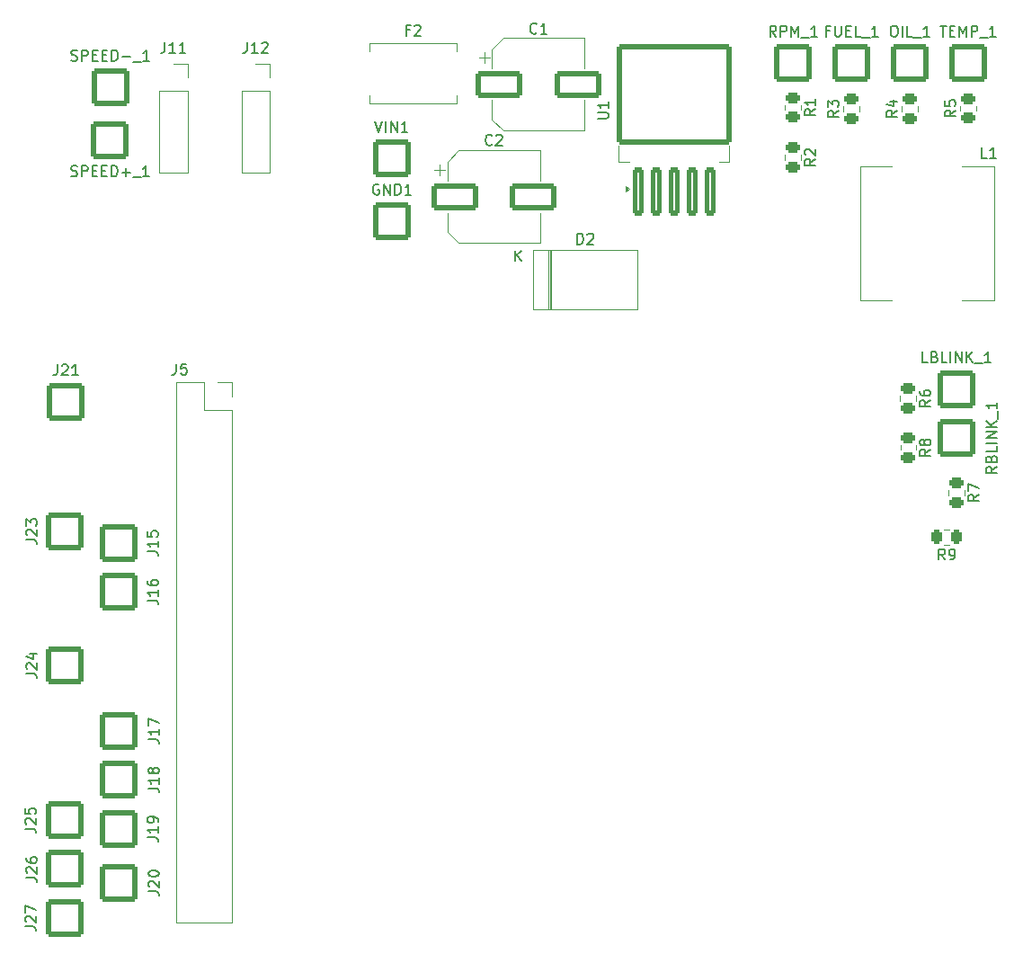
<source format=gbr>
%TF.GenerationSoftware,KiCad,Pcbnew,8.0.2*%
%TF.CreationDate,2024-06-28T22:02:35+02:00*%
%TF.ProjectId,Leiterkarte,4c656974-6572-46b6-9172-74652e6b6963,rev?*%
%TF.SameCoordinates,Original*%
%TF.FileFunction,Legend,Top*%
%TF.FilePolarity,Positive*%
%FSLAX46Y46*%
G04 Gerber Fmt 4.6, Leading zero omitted, Abs format (unit mm)*
G04 Created by KiCad (PCBNEW 8.0.2) date 2024-06-28 22:02:35*
%MOMM*%
%LPD*%
G01*
G04 APERTURE LIST*
G04 Aperture macros list*
%AMRoundRect*
0 Rectangle with rounded corners*
0 $1 Rounding radius*
0 $2 $3 $4 $5 $6 $7 $8 $9 X,Y pos of 4 corners*
0 Add a 4 corners polygon primitive as box body*
4,1,4,$2,$3,$4,$5,$6,$7,$8,$9,$2,$3,0*
0 Add four circle primitives for the rounded corners*
1,1,$1+$1,$2,$3*
1,1,$1+$1,$4,$5*
1,1,$1+$1,$6,$7*
1,1,$1+$1,$8,$9*
0 Add four rect primitives between the rounded corners*
20,1,$1+$1,$2,$3,$4,$5,0*
20,1,$1+$1,$4,$5,$6,$7,0*
20,1,$1+$1,$6,$7,$8,$9,0*
20,1,$1+$1,$8,$9,$2,$3,0*%
G04 Aperture macros list end*
%ADD10C,0.150000*%
%ADD11C,0.120000*%
%ADD12R,2.300000X3.100000*%
%ADD13R,2.400000X2.400000*%
%ADD14O,2.400000X2.400000*%
%ADD15R,5.400000X2.900000*%
%ADD16RoundRect,0.250000X-1.950000X-1.000000X1.950000X-1.000000X1.950000X1.000000X-1.950000X1.000000X0*%
%ADD17RoundRect,0.250002X-1.499998X-1.499998X1.499998X-1.499998X1.499998X1.499998X-1.499998X1.499998X0*%
%ADD18RoundRect,0.250002X1.499998X1.499998X-1.499998X1.499998X-1.499998X-1.499998X1.499998X-1.499998X0*%
%ADD19RoundRect,0.250000X0.450000X-0.262500X0.450000X0.262500X-0.450000X0.262500X-0.450000X-0.262500X0*%
%ADD20RoundRect,0.250000X-0.450000X0.262500X-0.450000X-0.262500X0.450000X-0.262500X0.450000X0.262500X0*%
%ADD21O,1.700000X1.700000*%
%ADD22R,1.700000X1.700000*%
%ADD23RoundRect,0.250000X0.262500X0.450000X-0.262500X0.450000X-0.262500X-0.450000X0.262500X-0.450000X0*%
%ADD24RoundRect,0.250000X0.300000X-2.050000X0.300000X2.050000X-0.300000X2.050000X-0.300000X-2.050000X0*%
%ADD25RoundRect,0.250002X5.149998X-4.449998X5.149998X4.449998X-5.149998X4.449998X-5.149998X-4.449998X0*%
G04 APERTURE END LIST*
D10*
X129666666Y-59706009D02*
X129333333Y-59706009D01*
X129333333Y-60229819D02*
X129333333Y-59229819D01*
X129333333Y-59229819D02*
X129809523Y-59229819D01*
X130142857Y-59325057D02*
X130190476Y-59277438D01*
X130190476Y-59277438D02*
X130285714Y-59229819D01*
X130285714Y-59229819D02*
X130523809Y-59229819D01*
X130523809Y-59229819D02*
X130619047Y-59277438D01*
X130619047Y-59277438D02*
X130666666Y-59325057D01*
X130666666Y-59325057D02*
X130714285Y-59420295D01*
X130714285Y-59420295D02*
X130714285Y-59515533D01*
X130714285Y-59515533D02*
X130666666Y-59658390D01*
X130666666Y-59658390D02*
X130095238Y-60229819D01*
X130095238Y-60229819D02*
X130714285Y-60229819D01*
X145461905Y-79869819D02*
X145461905Y-78869819D01*
X145461905Y-78869819D02*
X145700000Y-78869819D01*
X145700000Y-78869819D02*
X145842857Y-78917438D01*
X145842857Y-78917438D02*
X145938095Y-79012676D01*
X145938095Y-79012676D02*
X145985714Y-79107914D01*
X145985714Y-79107914D02*
X146033333Y-79298390D01*
X146033333Y-79298390D02*
X146033333Y-79441247D01*
X146033333Y-79441247D02*
X145985714Y-79631723D01*
X145985714Y-79631723D02*
X145938095Y-79726961D01*
X145938095Y-79726961D02*
X145842857Y-79822200D01*
X145842857Y-79822200D02*
X145700000Y-79869819D01*
X145700000Y-79869819D02*
X145461905Y-79869819D01*
X146414286Y-78965057D02*
X146461905Y-78917438D01*
X146461905Y-78917438D02*
X146557143Y-78869819D01*
X146557143Y-78869819D02*
X146795238Y-78869819D01*
X146795238Y-78869819D02*
X146890476Y-78917438D01*
X146890476Y-78917438D02*
X146938095Y-78965057D01*
X146938095Y-78965057D02*
X146985714Y-79060295D01*
X146985714Y-79060295D02*
X146985714Y-79155533D01*
X146985714Y-79155533D02*
X146938095Y-79298390D01*
X146938095Y-79298390D02*
X146366667Y-79869819D01*
X146366667Y-79869819D02*
X146985714Y-79869819D01*
X139588095Y-81454819D02*
X139588095Y-80454819D01*
X140159523Y-81454819D02*
X139730952Y-80883390D01*
X140159523Y-80454819D02*
X139588095Y-81026247D01*
X184033333Y-71754819D02*
X183557143Y-71754819D01*
X183557143Y-71754819D02*
X183557143Y-70754819D01*
X184890476Y-71754819D02*
X184319048Y-71754819D01*
X184604762Y-71754819D02*
X184604762Y-70754819D01*
X184604762Y-70754819D02*
X184509524Y-70897676D01*
X184509524Y-70897676D02*
X184414286Y-70992914D01*
X184414286Y-70992914D02*
X184319048Y-71040533D01*
X137433333Y-70459580D02*
X137385714Y-70507200D01*
X137385714Y-70507200D02*
X137242857Y-70554819D01*
X137242857Y-70554819D02*
X137147619Y-70554819D01*
X137147619Y-70554819D02*
X137004762Y-70507200D01*
X137004762Y-70507200D02*
X136909524Y-70411961D01*
X136909524Y-70411961D02*
X136861905Y-70316723D01*
X136861905Y-70316723D02*
X136814286Y-70126247D01*
X136814286Y-70126247D02*
X136814286Y-69983390D01*
X136814286Y-69983390D02*
X136861905Y-69792914D01*
X136861905Y-69792914D02*
X136909524Y-69697676D01*
X136909524Y-69697676D02*
X137004762Y-69602438D01*
X137004762Y-69602438D02*
X137147619Y-69554819D01*
X137147619Y-69554819D02*
X137242857Y-69554819D01*
X137242857Y-69554819D02*
X137385714Y-69602438D01*
X137385714Y-69602438D02*
X137433333Y-69650057D01*
X137814286Y-69650057D02*
X137861905Y-69602438D01*
X137861905Y-69602438D02*
X137957143Y-69554819D01*
X137957143Y-69554819D02*
X138195238Y-69554819D01*
X138195238Y-69554819D02*
X138290476Y-69602438D01*
X138290476Y-69602438D02*
X138338095Y-69650057D01*
X138338095Y-69650057D02*
X138385714Y-69745295D01*
X138385714Y-69745295D02*
X138385714Y-69840533D01*
X138385714Y-69840533D02*
X138338095Y-69983390D01*
X138338095Y-69983390D02*
X137766667Y-70554819D01*
X137766667Y-70554819D02*
X138385714Y-70554819D01*
X141633333Y-59959580D02*
X141585714Y-60007200D01*
X141585714Y-60007200D02*
X141442857Y-60054819D01*
X141442857Y-60054819D02*
X141347619Y-60054819D01*
X141347619Y-60054819D02*
X141204762Y-60007200D01*
X141204762Y-60007200D02*
X141109524Y-59911961D01*
X141109524Y-59911961D02*
X141061905Y-59816723D01*
X141061905Y-59816723D02*
X141014286Y-59626247D01*
X141014286Y-59626247D02*
X141014286Y-59483390D01*
X141014286Y-59483390D02*
X141061905Y-59292914D01*
X141061905Y-59292914D02*
X141109524Y-59197676D01*
X141109524Y-59197676D02*
X141204762Y-59102438D01*
X141204762Y-59102438D02*
X141347619Y-59054819D01*
X141347619Y-59054819D02*
X141442857Y-59054819D01*
X141442857Y-59054819D02*
X141585714Y-59102438D01*
X141585714Y-59102438D02*
X141633333Y-59150057D01*
X142585714Y-60054819D02*
X142014286Y-60054819D01*
X142300000Y-60054819D02*
X142300000Y-59054819D01*
X142300000Y-59054819D02*
X142204762Y-59197676D01*
X142204762Y-59197676D02*
X142109524Y-59292914D01*
X142109524Y-59292914D02*
X142014286Y-59340533D01*
X184954819Y-100814285D02*
X184478628Y-101147618D01*
X184954819Y-101385713D02*
X183954819Y-101385713D01*
X183954819Y-101385713D02*
X183954819Y-101004761D01*
X183954819Y-101004761D02*
X184002438Y-100909523D01*
X184002438Y-100909523D02*
X184050057Y-100861904D01*
X184050057Y-100861904D02*
X184145295Y-100814285D01*
X184145295Y-100814285D02*
X184288152Y-100814285D01*
X184288152Y-100814285D02*
X184383390Y-100861904D01*
X184383390Y-100861904D02*
X184431009Y-100909523D01*
X184431009Y-100909523D02*
X184478628Y-101004761D01*
X184478628Y-101004761D02*
X184478628Y-101385713D01*
X184431009Y-100052380D02*
X184478628Y-99909523D01*
X184478628Y-99909523D02*
X184526247Y-99861904D01*
X184526247Y-99861904D02*
X184621485Y-99814285D01*
X184621485Y-99814285D02*
X184764342Y-99814285D01*
X184764342Y-99814285D02*
X184859580Y-99861904D01*
X184859580Y-99861904D02*
X184907200Y-99909523D01*
X184907200Y-99909523D02*
X184954819Y-100004761D01*
X184954819Y-100004761D02*
X184954819Y-100385713D01*
X184954819Y-100385713D02*
X183954819Y-100385713D01*
X183954819Y-100385713D02*
X183954819Y-100052380D01*
X183954819Y-100052380D02*
X184002438Y-99957142D01*
X184002438Y-99957142D02*
X184050057Y-99909523D01*
X184050057Y-99909523D02*
X184145295Y-99861904D01*
X184145295Y-99861904D02*
X184240533Y-99861904D01*
X184240533Y-99861904D02*
X184335771Y-99909523D01*
X184335771Y-99909523D02*
X184383390Y-99957142D01*
X184383390Y-99957142D02*
X184431009Y-100052380D01*
X184431009Y-100052380D02*
X184431009Y-100385713D01*
X184954819Y-98909523D02*
X184954819Y-99385713D01*
X184954819Y-99385713D02*
X183954819Y-99385713D01*
X184954819Y-98576189D02*
X183954819Y-98576189D01*
X184954819Y-98099999D02*
X183954819Y-98099999D01*
X183954819Y-98099999D02*
X184954819Y-97528571D01*
X184954819Y-97528571D02*
X183954819Y-97528571D01*
X184954819Y-97052380D02*
X183954819Y-97052380D01*
X184954819Y-96480952D02*
X184383390Y-96909523D01*
X183954819Y-96480952D02*
X184526247Y-97052380D01*
X185050057Y-96290476D02*
X185050057Y-95528571D01*
X184954819Y-94766666D02*
X184954819Y-95338094D01*
X184954819Y-95052380D02*
X183954819Y-95052380D01*
X183954819Y-95052380D02*
X184097676Y-95147618D01*
X184097676Y-95147618D02*
X184192914Y-95242856D01*
X184192914Y-95242856D02*
X184240533Y-95338094D01*
X126428572Y-68304819D02*
X126761905Y-69304819D01*
X126761905Y-69304819D02*
X127095238Y-68304819D01*
X127428572Y-69304819D02*
X127428572Y-68304819D01*
X127904762Y-69304819D02*
X127904762Y-68304819D01*
X127904762Y-68304819D02*
X128476190Y-69304819D01*
X128476190Y-69304819D02*
X128476190Y-68304819D01*
X129476190Y-69304819D02*
X128904762Y-69304819D01*
X129190476Y-69304819D02*
X129190476Y-68304819D01*
X129190476Y-68304819D02*
X129095238Y-68447676D01*
X129095238Y-68447676D02*
X129000000Y-68542914D01*
X129000000Y-68542914D02*
X128904762Y-68590533D01*
X126761904Y-74252438D02*
X126666666Y-74204819D01*
X126666666Y-74204819D02*
X126523809Y-74204819D01*
X126523809Y-74204819D02*
X126380952Y-74252438D01*
X126380952Y-74252438D02*
X126285714Y-74347676D01*
X126285714Y-74347676D02*
X126238095Y-74442914D01*
X126238095Y-74442914D02*
X126190476Y-74633390D01*
X126190476Y-74633390D02*
X126190476Y-74776247D01*
X126190476Y-74776247D02*
X126238095Y-74966723D01*
X126238095Y-74966723D02*
X126285714Y-75061961D01*
X126285714Y-75061961D02*
X126380952Y-75157200D01*
X126380952Y-75157200D02*
X126523809Y-75204819D01*
X126523809Y-75204819D02*
X126619047Y-75204819D01*
X126619047Y-75204819D02*
X126761904Y-75157200D01*
X126761904Y-75157200D02*
X126809523Y-75109580D01*
X126809523Y-75109580D02*
X126809523Y-74776247D01*
X126809523Y-74776247D02*
X126619047Y-74776247D01*
X127238095Y-75204819D02*
X127238095Y-74204819D01*
X127238095Y-74204819D02*
X127809523Y-75204819D01*
X127809523Y-75204819D02*
X127809523Y-74204819D01*
X128285714Y-75204819D02*
X128285714Y-74204819D01*
X128285714Y-74204819D02*
X128523809Y-74204819D01*
X128523809Y-74204819D02*
X128666666Y-74252438D01*
X128666666Y-74252438D02*
X128761904Y-74347676D01*
X128761904Y-74347676D02*
X128809523Y-74442914D01*
X128809523Y-74442914D02*
X128857142Y-74633390D01*
X128857142Y-74633390D02*
X128857142Y-74776247D01*
X128857142Y-74776247D02*
X128809523Y-74966723D01*
X128809523Y-74966723D02*
X128761904Y-75061961D01*
X128761904Y-75061961D02*
X128666666Y-75157200D01*
X128666666Y-75157200D02*
X128523809Y-75204819D01*
X128523809Y-75204819D02*
X128285714Y-75204819D01*
X129809523Y-75204819D02*
X129238095Y-75204819D01*
X129523809Y-75204819D02*
X129523809Y-74204819D01*
X129523809Y-74204819D02*
X129428571Y-74347676D01*
X129428571Y-74347676D02*
X129333333Y-74442914D01*
X129333333Y-74442914D02*
X129238095Y-74490533D01*
X93454819Y-144109523D02*
X94169104Y-144109523D01*
X94169104Y-144109523D02*
X94311961Y-144157142D01*
X94311961Y-144157142D02*
X94407200Y-144252380D01*
X94407200Y-144252380D02*
X94454819Y-144395237D01*
X94454819Y-144395237D02*
X94454819Y-144490475D01*
X93550057Y-143680951D02*
X93502438Y-143633332D01*
X93502438Y-143633332D02*
X93454819Y-143538094D01*
X93454819Y-143538094D02*
X93454819Y-143299999D01*
X93454819Y-143299999D02*
X93502438Y-143204761D01*
X93502438Y-143204761D02*
X93550057Y-143157142D01*
X93550057Y-143157142D02*
X93645295Y-143109523D01*
X93645295Y-143109523D02*
X93740533Y-143109523D01*
X93740533Y-143109523D02*
X93883390Y-143157142D01*
X93883390Y-143157142D02*
X94454819Y-143728570D01*
X94454819Y-143728570D02*
X94454819Y-143109523D01*
X93454819Y-142776189D02*
X93454819Y-142109523D01*
X93454819Y-142109523D02*
X94454819Y-142538094D01*
X93554819Y-139509523D02*
X94269104Y-139509523D01*
X94269104Y-139509523D02*
X94411961Y-139557142D01*
X94411961Y-139557142D02*
X94507200Y-139652380D01*
X94507200Y-139652380D02*
X94554819Y-139795237D01*
X94554819Y-139795237D02*
X94554819Y-139890475D01*
X93650057Y-139080951D02*
X93602438Y-139033332D01*
X93602438Y-139033332D02*
X93554819Y-138938094D01*
X93554819Y-138938094D02*
X93554819Y-138699999D01*
X93554819Y-138699999D02*
X93602438Y-138604761D01*
X93602438Y-138604761D02*
X93650057Y-138557142D01*
X93650057Y-138557142D02*
X93745295Y-138509523D01*
X93745295Y-138509523D02*
X93840533Y-138509523D01*
X93840533Y-138509523D02*
X93983390Y-138557142D01*
X93983390Y-138557142D02*
X94554819Y-139128570D01*
X94554819Y-139128570D02*
X94554819Y-138509523D01*
X93554819Y-137652380D02*
X93554819Y-137842856D01*
X93554819Y-137842856D02*
X93602438Y-137938094D01*
X93602438Y-137938094D02*
X93650057Y-137985713D01*
X93650057Y-137985713D02*
X93792914Y-138080951D01*
X93792914Y-138080951D02*
X93983390Y-138128570D01*
X93983390Y-138128570D02*
X94364342Y-138128570D01*
X94364342Y-138128570D02*
X94459580Y-138080951D01*
X94459580Y-138080951D02*
X94507200Y-138033332D01*
X94507200Y-138033332D02*
X94554819Y-137938094D01*
X94554819Y-137938094D02*
X94554819Y-137747618D01*
X94554819Y-137747618D02*
X94507200Y-137652380D01*
X94507200Y-137652380D02*
X94459580Y-137604761D01*
X94459580Y-137604761D02*
X94364342Y-137557142D01*
X94364342Y-137557142D02*
X94126247Y-137557142D01*
X94126247Y-137557142D02*
X94031009Y-137604761D01*
X94031009Y-137604761D02*
X93983390Y-137652380D01*
X93983390Y-137652380D02*
X93935771Y-137747618D01*
X93935771Y-137747618D02*
X93935771Y-137938094D01*
X93935771Y-137938094D02*
X93983390Y-138033332D01*
X93983390Y-138033332D02*
X94031009Y-138080951D01*
X94031009Y-138080951D02*
X94126247Y-138128570D01*
X93454819Y-134909523D02*
X94169104Y-134909523D01*
X94169104Y-134909523D02*
X94311961Y-134957142D01*
X94311961Y-134957142D02*
X94407200Y-135052380D01*
X94407200Y-135052380D02*
X94454819Y-135195237D01*
X94454819Y-135195237D02*
X94454819Y-135290475D01*
X93550057Y-134480951D02*
X93502438Y-134433332D01*
X93502438Y-134433332D02*
X93454819Y-134338094D01*
X93454819Y-134338094D02*
X93454819Y-134099999D01*
X93454819Y-134099999D02*
X93502438Y-134004761D01*
X93502438Y-134004761D02*
X93550057Y-133957142D01*
X93550057Y-133957142D02*
X93645295Y-133909523D01*
X93645295Y-133909523D02*
X93740533Y-133909523D01*
X93740533Y-133909523D02*
X93883390Y-133957142D01*
X93883390Y-133957142D02*
X94454819Y-134528570D01*
X94454819Y-134528570D02*
X94454819Y-133909523D01*
X93454819Y-133004761D02*
X93454819Y-133480951D01*
X93454819Y-133480951D02*
X93931009Y-133528570D01*
X93931009Y-133528570D02*
X93883390Y-133480951D01*
X93883390Y-133480951D02*
X93835771Y-133385713D01*
X93835771Y-133385713D02*
X93835771Y-133147618D01*
X93835771Y-133147618D02*
X93883390Y-133052380D01*
X93883390Y-133052380D02*
X93931009Y-133004761D01*
X93931009Y-133004761D02*
X94026247Y-132957142D01*
X94026247Y-132957142D02*
X94264342Y-132957142D01*
X94264342Y-132957142D02*
X94359580Y-133004761D01*
X94359580Y-133004761D02*
X94407200Y-133052380D01*
X94407200Y-133052380D02*
X94454819Y-133147618D01*
X94454819Y-133147618D02*
X94454819Y-133385713D01*
X94454819Y-133385713D02*
X94407200Y-133480951D01*
X94407200Y-133480951D02*
X94359580Y-133528570D01*
X93554819Y-120309523D02*
X94269104Y-120309523D01*
X94269104Y-120309523D02*
X94411961Y-120357142D01*
X94411961Y-120357142D02*
X94507200Y-120452380D01*
X94507200Y-120452380D02*
X94554819Y-120595237D01*
X94554819Y-120595237D02*
X94554819Y-120690475D01*
X93650057Y-119880951D02*
X93602438Y-119833332D01*
X93602438Y-119833332D02*
X93554819Y-119738094D01*
X93554819Y-119738094D02*
X93554819Y-119499999D01*
X93554819Y-119499999D02*
X93602438Y-119404761D01*
X93602438Y-119404761D02*
X93650057Y-119357142D01*
X93650057Y-119357142D02*
X93745295Y-119309523D01*
X93745295Y-119309523D02*
X93840533Y-119309523D01*
X93840533Y-119309523D02*
X93983390Y-119357142D01*
X93983390Y-119357142D02*
X94554819Y-119928570D01*
X94554819Y-119928570D02*
X94554819Y-119309523D01*
X93888152Y-118452380D02*
X94554819Y-118452380D01*
X93507200Y-118690475D02*
X94221485Y-118928570D01*
X94221485Y-118928570D02*
X94221485Y-118309523D01*
X93554819Y-107709523D02*
X94269104Y-107709523D01*
X94269104Y-107709523D02*
X94411961Y-107757142D01*
X94411961Y-107757142D02*
X94507200Y-107852380D01*
X94507200Y-107852380D02*
X94554819Y-107995237D01*
X94554819Y-107995237D02*
X94554819Y-108090475D01*
X93650057Y-107280951D02*
X93602438Y-107233332D01*
X93602438Y-107233332D02*
X93554819Y-107138094D01*
X93554819Y-107138094D02*
X93554819Y-106899999D01*
X93554819Y-106899999D02*
X93602438Y-106804761D01*
X93602438Y-106804761D02*
X93650057Y-106757142D01*
X93650057Y-106757142D02*
X93745295Y-106709523D01*
X93745295Y-106709523D02*
X93840533Y-106709523D01*
X93840533Y-106709523D02*
X93983390Y-106757142D01*
X93983390Y-106757142D02*
X94554819Y-107328570D01*
X94554819Y-107328570D02*
X94554819Y-106709523D01*
X93554819Y-106376189D02*
X93554819Y-105757142D01*
X93554819Y-105757142D02*
X93935771Y-106090475D01*
X93935771Y-106090475D02*
X93935771Y-105947618D01*
X93935771Y-105947618D02*
X93983390Y-105852380D01*
X93983390Y-105852380D02*
X94031009Y-105804761D01*
X94031009Y-105804761D02*
X94126247Y-105757142D01*
X94126247Y-105757142D02*
X94364342Y-105757142D01*
X94364342Y-105757142D02*
X94459580Y-105804761D01*
X94459580Y-105804761D02*
X94507200Y-105852380D01*
X94507200Y-105852380D02*
X94554819Y-105947618D01*
X94554819Y-105947618D02*
X94554819Y-106233332D01*
X94554819Y-106233332D02*
X94507200Y-106328570D01*
X94507200Y-106328570D02*
X94459580Y-106376189D01*
X96490476Y-91204819D02*
X96490476Y-91919104D01*
X96490476Y-91919104D02*
X96442857Y-92061961D01*
X96442857Y-92061961D02*
X96347619Y-92157200D01*
X96347619Y-92157200D02*
X96204762Y-92204819D01*
X96204762Y-92204819D02*
X96109524Y-92204819D01*
X96919048Y-91300057D02*
X96966667Y-91252438D01*
X96966667Y-91252438D02*
X97061905Y-91204819D01*
X97061905Y-91204819D02*
X97300000Y-91204819D01*
X97300000Y-91204819D02*
X97395238Y-91252438D01*
X97395238Y-91252438D02*
X97442857Y-91300057D01*
X97442857Y-91300057D02*
X97490476Y-91395295D01*
X97490476Y-91395295D02*
X97490476Y-91490533D01*
X97490476Y-91490533D02*
X97442857Y-91633390D01*
X97442857Y-91633390D02*
X96871429Y-92204819D01*
X96871429Y-92204819D02*
X97490476Y-92204819D01*
X98442857Y-92204819D02*
X97871429Y-92204819D01*
X98157143Y-92204819D02*
X98157143Y-91204819D01*
X98157143Y-91204819D02*
X98061905Y-91347676D01*
X98061905Y-91347676D02*
X97966667Y-91442914D01*
X97966667Y-91442914D02*
X97871429Y-91490533D01*
X105054819Y-140809523D02*
X105769104Y-140809523D01*
X105769104Y-140809523D02*
X105911961Y-140857142D01*
X105911961Y-140857142D02*
X106007200Y-140952380D01*
X106007200Y-140952380D02*
X106054819Y-141095237D01*
X106054819Y-141095237D02*
X106054819Y-141190475D01*
X105150057Y-140380951D02*
X105102438Y-140333332D01*
X105102438Y-140333332D02*
X105054819Y-140238094D01*
X105054819Y-140238094D02*
X105054819Y-139999999D01*
X105054819Y-139999999D02*
X105102438Y-139904761D01*
X105102438Y-139904761D02*
X105150057Y-139857142D01*
X105150057Y-139857142D02*
X105245295Y-139809523D01*
X105245295Y-139809523D02*
X105340533Y-139809523D01*
X105340533Y-139809523D02*
X105483390Y-139857142D01*
X105483390Y-139857142D02*
X106054819Y-140428570D01*
X106054819Y-140428570D02*
X106054819Y-139809523D01*
X105054819Y-139190475D02*
X105054819Y-139095237D01*
X105054819Y-139095237D02*
X105102438Y-138999999D01*
X105102438Y-138999999D02*
X105150057Y-138952380D01*
X105150057Y-138952380D02*
X105245295Y-138904761D01*
X105245295Y-138904761D02*
X105435771Y-138857142D01*
X105435771Y-138857142D02*
X105673866Y-138857142D01*
X105673866Y-138857142D02*
X105864342Y-138904761D01*
X105864342Y-138904761D02*
X105959580Y-138952380D01*
X105959580Y-138952380D02*
X106007200Y-138999999D01*
X106007200Y-138999999D02*
X106054819Y-139095237D01*
X106054819Y-139095237D02*
X106054819Y-139190475D01*
X106054819Y-139190475D02*
X106007200Y-139285713D01*
X106007200Y-139285713D02*
X105959580Y-139333332D01*
X105959580Y-139333332D02*
X105864342Y-139380951D01*
X105864342Y-139380951D02*
X105673866Y-139428570D01*
X105673866Y-139428570D02*
X105435771Y-139428570D01*
X105435771Y-139428570D02*
X105245295Y-139380951D01*
X105245295Y-139380951D02*
X105150057Y-139333332D01*
X105150057Y-139333332D02*
X105102438Y-139285713D01*
X105102438Y-139285713D02*
X105054819Y-139190475D01*
X104954819Y-135709523D02*
X105669104Y-135709523D01*
X105669104Y-135709523D02*
X105811961Y-135757142D01*
X105811961Y-135757142D02*
X105907200Y-135852380D01*
X105907200Y-135852380D02*
X105954819Y-135995237D01*
X105954819Y-135995237D02*
X105954819Y-136090475D01*
X105954819Y-134709523D02*
X105954819Y-135280951D01*
X105954819Y-134995237D02*
X104954819Y-134995237D01*
X104954819Y-134995237D02*
X105097676Y-135090475D01*
X105097676Y-135090475D02*
X105192914Y-135185713D01*
X105192914Y-135185713D02*
X105240533Y-135280951D01*
X105954819Y-134233332D02*
X105954819Y-134042856D01*
X105954819Y-134042856D02*
X105907200Y-133947618D01*
X105907200Y-133947618D02*
X105859580Y-133899999D01*
X105859580Y-133899999D02*
X105716723Y-133804761D01*
X105716723Y-133804761D02*
X105526247Y-133757142D01*
X105526247Y-133757142D02*
X105145295Y-133757142D01*
X105145295Y-133757142D02*
X105050057Y-133804761D01*
X105050057Y-133804761D02*
X105002438Y-133852380D01*
X105002438Y-133852380D02*
X104954819Y-133947618D01*
X104954819Y-133947618D02*
X104954819Y-134138094D01*
X104954819Y-134138094D02*
X105002438Y-134233332D01*
X105002438Y-134233332D02*
X105050057Y-134280951D01*
X105050057Y-134280951D02*
X105145295Y-134328570D01*
X105145295Y-134328570D02*
X105383390Y-134328570D01*
X105383390Y-134328570D02*
X105478628Y-134280951D01*
X105478628Y-134280951D02*
X105526247Y-134233332D01*
X105526247Y-134233332D02*
X105573866Y-134138094D01*
X105573866Y-134138094D02*
X105573866Y-133947618D01*
X105573866Y-133947618D02*
X105526247Y-133852380D01*
X105526247Y-133852380D02*
X105478628Y-133804761D01*
X105478628Y-133804761D02*
X105383390Y-133757142D01*
X105054819Y-131109523D02*
X105769104Y-131109523D01*
X105769104Y-131109523D02*
X105911961Y-131157142D01*
X105911961Y-131157142D02*
X106007200Y-131252380D01*
X106007200Y-131252380D02*
X106054819Y-131395237D01*
X106054819Y-131395237D02*
X106054819Y-131490475D01*
X106054819Y-130109523D02*
X106054819Y-130680951D01*
X106054819Y-130395237D02*
X105054819Y-130395237D01*
X105054819Y-130395237D02*
X105197676Y-130490475D01*
X105197676Y-130490475D02*
X105292914Y-130585713D01*
X105292914Y-130585713D02*
X105340533Y-130680951D01*
X105483390Y-129538094D02*
X105435771Y-129633332D01*
X105435771Y-129633332D02*
X105388152Y-129680951D01*
X105388152Y-129680951D02*
X105292914Y-129728570D01*
X105292914Y-129728570D02*
X105245295Y-129728570D01*
X105245295Y-129728570D02*
X105150057Y-129680951D01*
X105150057Y-129680951D02*
X105102438Y-129633332D01*
X105102438Y-129633332D02*
X105054819Y-129538094D01*
X105054819Y-129538094D02*
X105054819Y-129347618D01*
X105054819Y-129347618D02*
X105102438Y-129252380D01*
X105102438Y-129252380D02*
X105150057Y-129204761D01*
X105150057Y-129204761D02*
X105245295Y-129157142D01*
X105245295Y-129157142D02*
X105292914Y-129157142D01*
X105292914Y-129157142D02*
X105388152Y-129204761D01*
X105388152Y-129204761D02*
X105435771Y-129252380D01*
X105435771Y-129252380D02*
X105483390Y-129347618D01*
X105483390Y-129347618D02*
X105483390Y-129538094D01*
X105483390Y-129538094D02*
X105531009Y-129633332D01*
X105531009Y-129633332D02*
X105578628Y-129680951D01*
X105578628Y-129680951D02*
X105673866Y-129728570D01*
X105673866Y-129728570D02*
X105864342Y-129728570D01*
X105864342Y-129728570D02*
X105959580Y-129680951D01*
X105959580Y-129680951D02*
X106007200Y-129633332D01*
X106007200Y-129633332D02*
X106054819Y-129538094D01*
X106054819Y-129538094D02*
X106054819Y-129347618D01*
X106054819Y-129347618D02*
X106007200Y-129252380D01*
X106007200Y-129252380D02*
X105959580Y-129204761D01*
X105959580Y-129204761D02*
X105864342Y-129157142D01*
X105864342Y-129157142D02*
X105673866Y-129157142D01*
X105673866Y-129157142D02*
X105578628Y-129204761D01*
X105578628Y-129204761D02*
X105531009Y-129252380D01*
X105531009Y-129252380D02*
X105483390Y-129347618D01*
X105054819Y-126509523D02*
X105769104Y-126509523D01*
X105769104Y-126509523D02*
X105911961Y-126557142D01*
X105911961Y-126557142D02*
X106007200Y-126652380D01*
X106007200Y-126652380D02*
X106054819Y-126795237D01*
X106054819Y-126795237D02*
X106054819Y-126890475D01*
X106054819Y-125509523D02*
X106054819Y-126080951D01*
X106054819Y-125795237D02*
X105054819Y-125795237D01*
X105054819Y-125795237D02*
X105197676Y-125890475D01*
X105197676Y-125890475D02*
X105292914Y-125985713D01*
X105292914Y-125985713D02*
X105340533Y-126080951D01*
X105054819Y-125176189D02*
X105054819Y-124509523D01*
X105054819Y-124509523D02*
X106054819Y-124938094D01*
X104954819Y-113409523D02*
X105669104Y-113409523D01*
X105669104Y-113409523D02*
X105811961Y-113457142D01*
X105811961Y-113457142D02*
X105907200Y-113552380D01*
X105907200Y-113552380D02*
X105954819Y-113695237D01*
X105954819Y-113695237D02*
X105954819Y-113790475D01*
X105954819Y-112409523D02*
X105954819Y-112980951D01*
X105954819Y-112695237D02*
X104954819Y-112695237D01*
X104954819Y-112695237D02*
X105097676Y-112790475D01*
X105097676Y-112790475D02*
X105192914Y-112885713D01*
X105192914Y-112885713D02*
X105240533Y-112980951D01*
X104954819Y-111552380D02*
X104954819Y-111742856D01*
X104954819Y-111742856D02*
X105002438Y-111838094D01*
X105002438Y-111838094D02*
X105050057Y-111885713D01*
X105050057Y-111885713D02*
X105192914Y-111980951D01*
X105192914Y-111980951D02*
X105383390Y-112028570D01*
X105383390Y-112028570D02*
X105764342Y-112028570D01*
X105764342Y-112028570D02*
X105859580Y-111980951D01*
X105859580Y-111980951D02*
X105907200Y-111933332D01*
X105907200Y-111933332D02*
X105954819Y-111838094D01*
X105954819Y-111838094D02*
X105954819Y-111647618D01*
X105954819Y-111647618D02*
X105907200Y-111552380D01*
X105907200Y-111552380D02*
X105859580Y-111504761D01*
X105859580Y-111504761D02*
X105764342Y-111457142D01*
X105764342Y-111457142D02*
X105526247Y-111457142D01*
X105526247Y-111457142D02*
X105431009Y-111504761D01*
X105431009Y-111504761D02*
X105383390Y-111552380D01*
X105383390Y-111552380D02*
X105335771Y-111647618D01*
X105335771Y-111647618D02*
X105335771Y-111838094D01*
X105335771Y-111838094D02*
X105383390Y-111933332D01*
X105383390Y-111933332D02*
X105431009Y-111980951D01*
X105431009Y-111980951D02*
X105526247Y-112028570D01*
X104954819Y-108809523D02*
X105669104Y-108809523D01*
X105669104Y-108809523D02*
X105811961Y-108857142D01*
X105811961Y-108857142D02*
X105907200Y-108952380D01*
X105907200Y-108952380D02*
X105954819Y-109095237D01*
X105954819Y-109095237D02*
X105954819Y-109190475D01*
X105954819Y-107809523D02*
X105954819Y-108380951D01*
X105954819Y-108095237D02*
X104954819Y-108095237D01*
X104954819Y-108095237D02*
X105097676Y-108190475D01*
X105097676Y-108190475D02*
X105192914Y-108285713D01*
X105192914Y-108285713D02*
X105240533Y-108380951D01*
X104954819Y-106904761D02*
X104954819Y-107380951D01*
X104954819Y-107380951D02*
X105431009Y-107428570D01*
X105431009Y-107428570D02*
X105383390Y-107380951D01*
X105383390Y-107380951D02*
X105335771Y-107285713D01*
X105335771Y-107285713D02*
X105335771Y-107047618D01*
X105335771Y-107047618D02*
X105383390Y-106952380D01*
X105383390Y-106952380D02*
X105431009Y-106904761D01*
X105431009Y-106904761D02*
X105526247Y-106857142D01*
X105526247Y-106857142D02*
X105764342Y-106857142D01*
X105764342Y-106857142D02*
X105859580Y-106904761D01*
X105859580Y-106904761D02*
X105907200Y-106952380D01*
X105907200Y-106952380D02*
X105954819Y-107047618D01*
X105954819Y-107047618D02*
X105954819Y-107285713D01*
X105954819Y-107285713D02*
X105907200Y-107380951D01*
X105907200Y-107380951D02*
X105859580Y-107428570D01*
X164180952Y-60304819D02*
X163847619Y-59828628D01*
X163609524Y-60304819D02*
X163609524Y-59304819D01*
X163609524Y-59304819D02*
X163990476Y-59304819D01*
X163990476Y-59304819D02*
X164085714Y-59352438D01*
X164085714Y-59352438D02*
X164133333Y-59400057D01*
X164133333Y-59400057D02*
X164180952Y-59495295D01*
X164180952Y-59495295D02*
X164180952Y-59638152D01*
X164180952Y-59638152D02*
X164133333Y-59733390D01*
X164133333Y-59733390D02*
X164085714Y-59781009D01*
X164085714Y-59781009D02*
X163990476Y-59828628D01*
X163990476Y-59828628D02*
X163609524Y-59828628D01*
X164609524Y-60304819D02*
X164609524Y-59304819D01*
X164609524Y-59304819D02*
X164990476Y-59304819D01*
X164990476Y-59304819D02*
X165085714Y-59352438D01*
X165085714Y-59352438D02*
X165133333Y-59400057D01*
X165133333Y-59400057D02*
X165180952Y-59495295D01*
X165180952Y-59495295D02*
X165180952Y-59638152D01*
X165180952Y-59638152D02*
X165133333Y-59733390D01*
X165133333Y-59733390D02*
X165085714Y-59781009D01*
X165085714Y-59781009D02*
X164990476Y-59828628D01*
X164990476Y-59828628D02*
X164609524Y-59828628D01*
X165609524Y-60304819D02*
X165609524Y-59304819D01*
X165609524Y-59304819D02*
X165942857Y-60019104D01*
X165942857Y-60019104D02*
X166276190Y-59304819D01*
X166276190Y-59304819D02*
X166276190Y-60304819D01*
X166514286Y-60400057D02*
X167276190Y-60400057D01*
X168038095Y-60304819D02*
X167466667Y-60304819D01*
X167752381Y-60304819D02*
X167752381Y-59304819D01*
X167752381Y-59304819D02*
X167657143Y-59447676D01*
X167657143Y-59447676D02*
X167561905Y-59542914D01*
X167561905Y-59542914D02*
X167466667Y-59590533D01*
X169204761Y-59781009D02*
X168871428Y-59781009D01*
X168871428Y-60304819D02*
X168871428Y-59304819D01*
X168871428Y-59304819D02*
X169347618Y-59304819D01*
X169728571Y-59304819D02*
X169728571Y-60114342D01*
X169728571Y-60114342D02*
X169776190Y-60209580D01*
X169776190Y-60209580D02*
X169823809Y-60257200D01*
X169823809Y-60257200D02*
X169919047Y-60304819D01*
X169919047Y-60304819D02*
X170109523Y-60304819D01*
X170109523Y-60304819D02*
X170204761Y-60257200D01*
X170204761Y-60257200D02*
X170252380Y-60209580D01*
X170252380Y-60209580D02*
X170299999Y-60114342D01*
X170299999Y-60114342D02*
X170299999Y-59304819D01*
X170776190Y-59781009D02*
X171109523Y-59781009D01*
X171252380Y-60304819D02*
X170776190Y-60304819D01*
X170776190Y-60304819D02*
X170776190Y-59304819D01*
X170776190Y-59304819D02*
X171252380Y-59304819D01*
X172157142Y-60304819D02*
X171680952Y-60304819D01*
X171680952Y-60304819D02*
X171680952Y-59304819D01*
X172252381Y-60400057D02*
X173014285Y-60400057D01*
X173776190Y-60304819D02*
X173204762Y-60304819D01*
X173490476Y-60304819D02*
X173490476Y-59304819D01*
X173490476Y-59304819D02*
X173395238Y-59447676D01*
X173395238Y-59447676D02*
X173300000Y-59542914D01*
X173300000Y-59542914D02*
X173204762Y-59590533D01*
X175204762Y-59304819D02*
X175395238Y-59304819D01*
X175395238Y-59304819D02*
X175490476Y-59352438D01*
X175490476Y-59352438D02*
X175585714Y-59447676D01*
X175585714Y-59447676D02*
X175633333Y-59638152D01*
X175633333Y-59638152D02*
X175633333Y-59971485D01*
X175633333Y-59971485D02*
X175585714Y-60161961D01*
X175585714Y-60161961D02*
X175490476Y-60257200D01*
X175490476Y-60257200D02*
X175395238Y-60304819D01*
X175395238Y-60304819D02*
X175204762Y-60304819D01*
X175204762Y-60304819D02*
X175109524Y-60257200D01*
X175109524Y-60257200D02*
X175014286Y-60161961D01*
X175014286Y-60161961D02*
X174966667Y-59971485D01*
X174966667Y-59971485D02*
X174966667Y-59638152D01*
X174966667Y-59638152D02*
X175014286Y-59447676D01*
X175014286Y-59447676D02*
X175109524Y-59352438D01*
X175109524Y-59352438D02*
X175204762Y-59304819D01*
X176061905Y-60304819D02*
X176061905Y-59304819D01*
X177014285Y-60304819D02*
X176538095Y-60304819D01*
X176538095Y-60304819D02*
X176538095Y-59304819D01*
X177109524Y-60400057D02*
X177871428Y-60400057D01*
X178633333Y-60304819D02*
X178061905Y-60304819D01*
X178347619Y-60304819D02*
X178347619Y-59304819D01*
X178347619Y-59304819D02*
X178252381Y-59447676D01*
X178252381Y-59447676D02*
X178157143Y-59542914D01*
X178157143Y-59542914D02*
X178061905Y-59590533D01*
X179633333Y-59304819D02*
X180204761Y-59304819D01*
X179919047Y-60304819D02*
X179919047Y-59304819D01*
X180538095Y-59781009D02*
X180871428Y-59781009D01*
X181014285Y-60304819D02*
X180538095Y-60304819D01*
X180538095Y-60304819D02*
X180538095Y-59304819D01*
X180538095Y-59304819D02*
X181014285Y-59304819D01*
X181442857Y-60304819D02*
X181442857Y-59304819D01*
X181442857Y-59304819D02*
X181776190Y-60019104D01*
X181776190Y-60019104D02*
X182109523Y-59304819D01*
X182109523Y-59304819D02*
X182109523Y-60304819D01*
X182585714Y-60304819D02*
X182585714Y-59304819D01*
X182585714Y-59304819D02*
X182966666Y-59304819D01*
X182966666Y-59304819D02*
X183061904Y-59352438D01*
X183061904Y-59352438D02*
X183109523Y-59400057D01*
X183109523Y-59400057D02*
X183157142Y-59495295D01*
X183157142Y-59495295D02*
X183157142Y-59638152D01*
X183157142Y-59638152D02*
X183109523Y-59733390D01*
X183109523Y-59733390D02*
X183061904Y-59781009D01*
X183061904Y-59781009D02*
X182966666Y-59828628D01*
X182966666Y-59828628D02*
X182585714Y-59828628D01*
X183347619Y-60400057D02*
X184109523Y-60400057D01*
X184871428Y-60304819D02*
X184300000Y-60304819D01*
X184585714Y-60304819D02*
X184585714Y-59304819D01*
X184585714Y-59304819D02*
X184490476Y-59447676D01*
X184490476Y-59447676D02*
X184395238Y-59542914D01*
X184395238Y-59542914D02*
X184300000Y-59590533D01*
X178455714Y-91004819D02*
X177979524Y-91004819D01*
X177979524Y-91004819D02*
X177979524Y-90004819D01*
X179122381Y-90481009D02*
X179265238Y-90528628D01*
X179265238Y-90528628D02*
X179312857Y-90576247D01*
X179312857Y-90576247D02*
X179360476Y-90671485D01*
X179360476Y-90671485D02*
X179360476Y-90814342D01*
X179360476Y-90814342D02*
X179312857Y-90909580D01*
X179312857Y-90909580D02*
X179265238Y-90957200D01*
X179265238Y-90957200D02*
X179170000Y-91004819D01*
X179170000Y-91004819D02*
X178789048Y-91004819D01*
X178789048Y-91004819D02*
X178789048Y-90004819D01*
X178789048Y-90004819D02*
X179122381Y-90004819D01*
X179122381Y-90004819D02*
X179217619Y-90052438D01*
X179217619Y-90052438D02*
X179265238Y-90100057D01*
X179265238Y-90100057D02*
X179312857Y-90195295D01*
X179312857Y-90195295D02*
X179312857Y-90290533D01*
X179312857Y-90290533D02*
X179265238Y-90385771D01*
X179265238Y-90385771D02*
X179217619Y-90433390D01*
X179217619Y-90433390D02*
X179122381Y-90481009D01*
X179122381Y-90481009D02*
X178789048Y-90481009D01*
X180265238Y-91004819D02*
X179789048Y-91004819D01*
X179789048Y-91004819D02*
X179789048Y-90004819D01*
X180598572Y-91004819D02*
X180598572Y-90004819D01*
X181074762Y-91004819D02*
X181074762Y-90004819D01*
X181074762Y-90004819D02*
X181646190Y-91004819D01*
X181646190Y-91004819D02*
X181646190Y-90004819D01*
X182122381Y-91004819D02*
X182122381Y-90004819D01*
X182693809Y-91004819D02*
X182265238Y-90433390D01*
X182693809Y-90004819D02*
X182122381Y-90576247D01*
X182884286Y-91100057D02*
X183646190Y-91100057D01*
X184408095Y-91004819D02*
X183836667Y-91004819D01*
X184122381Y-91004819D02*
X184122381Y-90004819D01*
X184122381Y-90004819D02*
X184027143Y-90147676D01*
X184027143Y-90147676D02*
X183931905Y-90242914D01*
X183931905Y-90242914D02*
X183836667Y-90290533D01*
X97803333Y-62547200D02*
X97946190Y-62594819D01*
X97946190Y-62594819D02*
X98184285Y-62594819D01*
X98184285Y-62594819D02*
X98279523Y-62547200D01*
X98279523Y-62547200D02*
X98327142Y-62499580D01*
X98327142Y-62499580D02*
X98374761Y-62404342D01*
X98374761Y-62404342D02*
X98374761Y-62309104D01*
X98374761Y-62309104D02*
X98327142Y-62213866D01*
X98327142Y-62213866D02*
X98279523Y-62166247D01*
X98279523Y-62166247D02*
X98184285Y-62118628D01*
X98184285Y-62118628D02*
X97993809Y-62071009D01*
X97993809Y-62071009D02*
X97898571Y-62023390D01*
X97898571Y-62023390D02*
X97850952Y-61975771D01*
X97850952Y-61975771D02*
X97803333Y-61880533D01*
X97803333Y-61880533D02*
X97803333Y-61785295D01*
X97803333Y-61785295D02*
X97850952Y-61690057D01*
X97850952Y-61690057D02*
X97898571Y-61642438D01*
X97898571Y-61642438D02*
X97993809Y-61594819D01*
X97993809Y-61594819D02*
X98231904Y-61594819D01*
X98231904Y-61594819D02*
X98374761Y-61642438D01*
X98803333Y-62594819D02*
X98803333Y-61594819D01*
X98803333Y-61594819D02*
X99184285Y-61594819D01*
X99184285Y-61594819D02*
X99279523Y-61642438D01*
X99279523Y-61642438D02*
X99327142Y-61690057D01*
X99327142Y-61690057D02*
X99374761Y-61785295D01*
X99374761Y-61785295D02*
X99374761Y-61928152D01*
X99374761Y-61928152D02*
X99327142Y-62023390D01*
X99327142Y-62023390D02*
X99279523Y-62071009D01*
X99279523Y-62071009D02*
X99184285Y-62118628D01*
X99184285Y-62118628D02*
X98803333Y-62118628D01*
X99803333Y-62071009D02*
X100136666Y-62071009D01*
X100279523Y-62594819D02*
X99803333Y-62594819D01*
X99803333Y-62594819D02*
X99803333Y-61594819D01*
X99803333Y-61594819D02*
X100279523Y-61594819D01*
X100708095Y-62071009D02*
X101041428Y-62071009D01*
X101184285Y-62594819D02*
X100708095Y-62594819D01*
X100708095Y-62594819D02*
X100708095Y-61594819D01*
X100708095Y-61594819D02*
X101184285Y-61594819D01*
X101612857Y-62594819D02*
X101612857Y-61594819D01*
X101612857Y-61594819D02*
X101850952Y-61594819D01*
X101850952Y-61594819D02*
X101993809Y-61642438D01*
X101993809Y-61642438D02*
X102089047Y-61737676D01*
X102089047Y-61737676D02*
X102136666Y-61832914D01*
X102136666Y-61832914D02*
X102184285Y-62023390D01*
X102184285Y-62023390D02*
X102184285Y-62166247D01*
X102184285Y-62166247D02*
X102136666Y-62356723D01*
X102136666Y-62356723D02*
X102089047Y-62451961D01*
X102089047Y-62451961D02*
X101993809Y-62547200D01*
X101993809Y-62547200D02*
X101850952Y-62594819D01*
X101850952Y-62594819D02*
X101612857Y-62594819D01*
X102612857Y-62213866D02*
X103374762Y-62213866D01*
X103612857Y-62690057D02*
X104374761Y-62690057D01*
X105136666Y-62594819D02*
X104565238Y-62594819D01*
X104850952Y-62594819D02*
X104850952Y-61594819D01*
X104850952Y-61594819D02*
X104755714Y-61737676D01*
X104755714Y-61737676D02*
X104660476Y-61832914D01*
X104660476Y-61832914D02*
X104565238Y-61880533D01*
X97783333Y-73427200D02*
X97926190Y-73474819D01*
X97926190Y-73474819D02*
X98164285Y-73474819D01*
X98164285Y-73474819D02*
X98259523Y-73427200D01*
X98259523Y-73427200D02*
X98307142Y-73379580D01*
X98307142Y-73379580D02*
X98354761Y-73284342D01*
X98354761Y-73284342D02*
X98354761Y-73189104D01*
X98354761Y-73189104D02*
X98307142Y-73093866D01*
X98307142Y-73093866D02*
X98259523Y-73046247D01*
X98259523Y-73046247D02*
X98164285Y-72998628D01*
X98164285Y-72998628D02*
X97973809Y-72951009D01*
X97973809Y-72951009D02*
X97878571Y-72903390D01*
X97878571Y-72903390D02*
X97830952Y-72855771D01*
X97830952Y-72855771D02*
X97783333Y-72760533D01*
X97783333Y-72760533D02*
X97783333Y-72665295D01*
X97783333Y-72665295D02*
X97830952Y-72570057D01*
X97830952Y-72570057D02*
X97878571Y-72522438D01*
X97878571Y-72522438D02*
X97973809Y-72474819D01*
X97973809Y-72474819D02*
X98211904Y-72474819D01*
X98211904Y-72474819D02*
X98354761Y-72522438D01*
X98783333Y-73474819D02*
X98783333Y-72474819D01*
X98783333Y-72474819D02*
X99164285Y-72474819D01*
X99164285Y-72474819D02*
X99259523Y-72522438D01*
X99259523Y-72522438D02*
X99307142Y-72570057D01*
X99307142Y-72570057D02*
X99354761Y-72665295D01*
X99354761Y-72665295D02*
X99354761Y-72808152D01*
X99354761Y-72808152D02*
X99307142Y-72903390D01*
X99307142Y-72903390D02*
X99259523Y-72951009D01*
X99259523Y-72951009D02*
X99164285Y-72998628D01*
X99164285Y-72998628D02*
X98783333Y-72998628D01*
X99783333Y-72951009D02*
X100116666Y-72951009D01*
X100259523Y-73474819D02*
X99783333Y-73474819D01*
X99783333Y-73474819D02*
X99783333Y-72474819D01*
X99783333Y-72474819D02*
X100259523Y-72474819D01*
X100688095Y-72951009D02*
X101021428Y-72951009D01*
X101164285Y-73474819D02*
X100688095Y-73474819D01*
X100688095Y-73474819D02*
X100688095Y-72474819D01*
X100688095Y-72474819D02*
X101164285Y-72474819D01*
X101592857Y-73474819D02*
X101592857Y-72474819D01*
X101592857Y-72474819D02*
X101830952Y-72474819D01*
X101830952Y-72474819D02*
X101973809Y-72522438D01*
X101973809Y-72522438D02*
X102069047Y-72617676D01*
X102069047Y-72617676D02*
X102116666Y-72712914D01*
X102116666Y-72712914D02*
X102164285Y-72903390D01*
X102164285Y-72903390D02*
X102164285Y-73046247D01*
X102164285Y-73046247D02*
X102116666Y-73236723D01*
X102116666Y-73236723D02*
X102069047Y-73331961D01*
X102069047Y-73331961D02*
X101973809Y-73427200D01*
X101973809Y-73427200D02*
X101830952Y-73474819D01*
X101830952Y-73474819D02*
X101592857Y-73474819D01*
X102592857Y-73093866D02*
X103354762Y-73093866D01*
X102973809Y-73474819D02*
X102973809Y-72712914D01*
X103592857Y-73570057D02*
X104354761Y-73570057D01*
X105116666Y-73474819D02*
X104545238Y-73474819D01*
X104830952Y-73474819D02*
X104830952Y-72474819D01*
X104830952Y-72474819D02*
X104735714Y-72617676D01*
X104735714Y-72617676D02*
X104640476Y-72712914D01*
X104640476Y-72712914D02*
X104545238Y-72760533D01*
X181084819Y-67256666D02*
X180608628Y-67589999D01*
X181084819Y-67828094D02*
X180084819Y-67828094D01*
X180084819Y-67828094D02*
X180084819Y-67447142D01*
X180084819Y-67447142D02*
X180132438Y-67351904D01*
X180132438Y-67351904D02*
X180180057Y-67304285D01*
X180180057Y-67304285D02*
X180275295Y-67256666D01*
X180275295Y-67256666D02*
X180418152Y-67256666D01*
X180418152Y-67256666D02*
X180513390Y-67304285D01*
X180513390Y-67304285D02*
X180561009Y-67351904D01*
X180561009Y-67351904D02*
X180608628Y-67447142D01*
X180608628Y-67447142D02*
X180608628Y-67828094D01*
X180084819Y-66351904D02*
X180084819Y-66828094D01*
X180084819Y-66828094D02*
X180561009Y-66875713D01*
X180561009Y-66875713D02*
X180513390Y-66828094D01*
X180513390Y-66828094D02*
X180465771Y-66732856D01*
X180465771Y-66732856D02*
X180465771Y-66494761D01*
X180465771Y-66494761D02*
X180513390Y-66399523D01*
X180513390Y-66399523D02*
X180561009Y-66351904D01*
X180561009Y-66351904D02*
X180656247Y-66304285D01*
X180656247Y-66304285D02*
X180894342Y-66304285D01*
X180894342Y-66304285D02*
X180989580Y-66351904D01*
X180989580Y-66351904D02*
X181037200Y-66399523D01*
X181037200Y-66399523D02*
X181084819Y-66494761D01*
X181084819Y-66494761D02*
X181084819Y-66732856D01*
X181084819Y-66732856D02*
X181037200Y-66828094D01*
X181037200Y-66828094D02*
X180989580Y-66875713D01*
X175584819Y-67276666D02*
X175108628Y-67609999D01*
X175584819Y-67848094D02*
X174584819Y-67848094D01*
X174584819Y-67848094D02*
X174584819Y-67467142D01*
X174584819Y-67467142D02*
X174632438Y-67371904D01*
X174632438Y-67371904D02*
X174680057Y-67324285D01*
X174680057Y-67324285D02*
X174775295Y-67276666D01*
X174775295Y-67276666D02*
X174918152Y-67276666D01*
X174918152Y-67276666D02*
X175013390Y-67324285D01*
X175013390Y-67324285D02*
X175061009Y-67371904D01*
X175061009Y-67371904D02*
X175108628Y-67467142D01*
X175108628Y-67467142D02*
X175108628Y-67848094D01*
X174918152Y-66419523D02*
X175584819Y-66419523D01*
X174537200Y-66657618D02*
X175251485Y-66895713D01*
X175251485Y-66895713D02*
X175251485Y-66276666D01*
X170074819Y-67286666D02*
X169598628Y-67619999D01*
X170074819Y-67858094D02*
X169074819Y-67858094D01*
X169074819Y-67858094D02*
X169074819Y-67477142D01*
X169074819Y-67477142D02*
X169122438Y-67381904D01*
X169122438Y-67381904D02*
X169170057Y-67334285D01*
X169170057Y-67334285D02*
X169265295Y-67286666D01*
X169265295Y-67286666D02*
X169408152Y-67286666D01*
X169408152Y-67286666D02*
X169503390Y-67334285D01*
X169503390Y-67334285D02*
X169551009Y-67381904D01*
X169551009Y-67381904D02*
X169598628Y-67477142D01*
X169598628Y-67477142D02*
X169598628Y-67858094D01*
X169074819Y-66953332D02*
X169074819Y-66334285D01*
X169074819Y-66334285D02*
X169455771Y-66667618D01*
X169455771Y-66667618D02*
X169455771Y-66524761D01*
X169455771Y-66524761D02*
X169503390Y-66429523D01*
X169503390Y-66429523D02*
X169551009Y-66381904D01*
X169551009Y-66381904D02*
X169646247Y-66334285D01*
X169646247Y-66334285D02*
X169884342Y-66334285D01*
X169884342Y-66334285D02*
X169979580Y-66381904D01*
X169979580Y-66381904D02*
X170027200Y-66429523D01*
X170027200Y-66429523D02*
X170074819Y-66524761D01*
X170074819Y-66524761D02*
X170074819Y-66810475D01*
X170074819Y-66810475D02*
X170027200Y-66905713D01*
X170027200Y-66905713D02*
X169979580Y-66953332D01*
X183264819Y-103439166D02*
X182788628Y-103772499D01*
X183264819Y-104010594D02*
X182264819Y-104010594D01*
X182264819Y-104010594D02*
X182264819Y-103629642D01*
X182264819Y-103629642D02*
X182312438Y-103534404D01*
X182312438Y-103534404D02*
X182360057Y-103486785D01*
X182360057Y-103486785D02*
X182455295Y-103439166D01*
X182455295Y-103439166D02*
X182598152Y-103439166D01*
X182598152Y-103439166D02*
X182693390Y-103486785D01*
X182693390Y-103486785D02*
X182741009Y-103534404D01*
X182741009Y-103534404D02*
X182788628Y-103629642D01*
X182788628Y-103629642D02*
X182788628Y-104010594D01*
X182264819Y-103105832D02*
X182264819Y-102439166D01*
X182264819Y-102439166D02*
X183264819Y-102867737D01*
X178714819Y-94549166D02*
X178238628Y-94882499D01*
X178714819Y-95120594D02*
X177714819Y-95120594D01*
X177714819Y-95120594D02*
X177714819Y-94739642D01*
X177714819Y-94739642D02*
X177762438Y-94644404D01*
X177762438Y-94644404D02*
X177810057Y-94596785D01*
X177810057Y-94596785D02*
X177905295Y-94549166D01*
X177905295Y-94549166D02*
X178048152Y-94549166D01*
X178048152Y-94549166D02*
X178143390Y-94596785D01*
X178143390Y-94596785D02*
X178191009Y-94644404D01*
X178191009Y-94644404D02*
X178238628Y-94739642D01*
X178238628Y-94739642D02*
X178238628Y-95120594D01*
X177714819Y-93692023D02*
X177714819Y-93882499D01*
X177714819Y-93882499D02*
X177762438Y-93977737D01*
X177762438Y-93977737D02*
X177810057Y-94025356D01*
X177810057Y-94025356D02*
X177952914Y-94120594D01*
X177952914Y-94120594D02*
X178143390Y-94168213D01*
X178143390Y-94168213D02*
X178524342Y-94168213D01*
X178524342Y-94168213D02*
X178619580Y-94120594D01*
X178619580Y-94120594D02*
X178667200Y-94072975D01*
X178667200Y-94072975D02*
X178714819Y-93977737D01*
X178714819Y-93977737D02*
X178714819Y-93787261D01*
X178714819Y-93787261D02*
X178667200Y-93692023D01*
X178667200Y-93692023D02*
X178619580Y-93644404D01*
X178619580Y-93644404D02*
X178524342Y-93596785D01*
X178524342Y-93596785D02*
X178286247Y-93596785D01*
X178286247Y-93596785D02*
X178191009Y-93644404D01*
X178191009Y-93644404D02*
X178143390Y-93692023D01*
X178143390Y-93692023D02*
X178095771Y-93787261D01*
X178095771Y-93787261D02*
X178095771Y-93977737D01*
X178095771Y-93977737D02*
X178143390Y-94072975D01*
X178143390Y-94072975D02*
X178191009Y-94120594D01*
X178191009Y-94120594D02*
X178286247Y-94168213D01*
X114360476Y-60859819D02*
X114360476Y-61574104D01*
X114360476Y-61574104D02*
X114312857Y-61716961D01*
X114312857Y-61716961D02*
X114217619Y-61812200D01*
X114217619Y-61812200D02*
X114074762Y-61859819D01*
X114074762Y-61859819D02*
X113979524Y-61859819D01*
X115360476Y-61859819D02*
X114789048Y-61859819D01*
X115074762Y-61859819D02*
X115074762Y-60859819D01*
X115074762Y-60859819D02*
X114979524Y-61002676D01*
X114979524Y-61002676D02*
X114884286Y-61097914D01*
X114884286Y-61097914D02*
X114789048Y-61145533D01*
X115741429Y-60955057D02*
X115789048Y-60907438D01*
X115789048Y-60907438D02*
X115884286Y-60859819D01*
X115884286Y-60859819D02*
X116122381Y-60859819D01*
X116122381Y-60859819D02*
X116217619Y-60907438D01*
X116217619Y-60907438D02*
X116265238Y-60955057D01*
X116265238Y-60955057D02*
X116312857Y-61050295D01*
X116312857Y-61050295D02*
X116312857Y-61145533D01*
X116312857Y-61145533D02*
X116265238Y-61288390D01*
X116265238Y-61288390D02*
X115693810Y-61859819D01*
X115693810Y-61859819D02*
X116312857Y-61859819D01*
X180080833Y-109564819D02*
X179747500Y-109088628D01*
X179509405Y-109564819D02*
X179509405Y-108564819D01*
X179509405Y-108564819D02*
X179890357Y-108564819D01*
X179890357Y-108564819D02*
X179985595Y-108612438D01*
X179985595Y-108612438D02*
X180033214Y-108660057D01*
X180033214Y-108660057D02*
X180080833Y-108755295D01*
X180080833Y-108755295D02*
X180080833Y-108898152D01*
X180080833Y-108898152D02*
X180033214Y-108993390D01*
X180033214Y-108993390D02*
X179985595Y-109041009D01*
X179985595Y-109041009D02*
X179890357Y-109088628D01*
X179890357Y-109088628D02*
X179509405Y-109088628D01*
X180557024Y-109564819D02*
X180747500Y-109564819D01*
X180747500Y-109564819D02*
X180842738Y-109517200D01*
X180842738Y-109517200D02*
X180890357Y-109469580D01*
X180890357Y-109469580D02*
X180985595Y-109326723D01*
X180985595Y-109326723D02*
X181033214Y-109136247D01*
X181033214Y-109136247D02*
X181033214Y-108755295D01*
X181033214Y-108755295D02*
X180985595Y-108660057D01*
X180985595Y-108660057D02*
X180937976Y-108612438D01*
X180937976Y-108612438D02*
X180842738Y-108564819D01*
X180842738Y-108564819D02*
X180652262Y-108564819D01*
X180652262Y-108564819D02*
X180557024Y-108612438D01*
X180557024Y-108612438D02*
X180509405Y-108660057D01*
X180509405Y-108660057D02*
X180461786Y-108755295D01*
X180461786Y-108755295D02*
X180461786Y-108993390D01*
X180461786Y-108993390D02*
X180509405Y-109088628D01*
X180509405Y-109088628D02*
X180557024Y-109136247D01*
X180557024Y-109136247D02*
X180652262Y-109183866D01*
X180652262Y-109183866D02*
X180842738Y-109183866D01*
X180842738Y-109183866D02*
X180937976Y-109136247D01*
X180937976Y-109136247D02*
X180985595Y-109088628D01*
X180985595Y-109088628D02*
X181033214Y-108993390D01*
X147374819Y-68036904D02*
X148184342Y-68036904D01*
X148184342Y-68036904D02*
X148279580Y-67989285D01*
X148279580Y-67989285D02*
X148327200Y-67941666D01*
X148327200Y-67941666D02*
X148374819Y-67846428D01*
X148374819Y-67846428D02*
X148374819Y-67655952D01*
X148374819Y-67655952D02*
X148327200Y-67560714D01*
X148327200Y-67560714D02*
X148279580Y-67513095D01*
X148279580Y-67513095D02*
X148184342Y-67465476D01*
X148184342Y-67465476D02*
X147374819Y-67465476D01*
X148374819Y-66465476D02*
X148374819Y-67036904D01*
X148374819Y-66751190D02*
X147374819Y-66751190D01*
X147374819Y-66751190D02*
X147517676Y-66846428D01*
X147517676Y-66846428D02*
X147612914Y-66941666D01*
X147612914Y-66941666D02*
X147660533Y-67036904D01*
X167874819Y-67154166D02*
X167398628Y-67487499D01*
X167874819Y-67725594D02*
X166874819Y-67725594D01*
X166874819Y-67725594D02*
X166874819Y-67344642D01*
X166874819Y-67344642D02*
X166922438Y-67249404D01*
X166922438Y-67249404D02*
X166970057Y-67201785D01*
X166970057Y-67201785D02*
X167065295Y-67154166D01*
X167065295Y-67154166D02*
X167208152Y-67154166D01*
X167208152Y-67154166D02*
X167303390Y-67201785D01*
X167303390Y-67201785D02*
X167351009Y-67249404D01*
X167351009Y-67249404D02*
X167398628Y-67344642D01*
X167398628Y-67344642D02*
X167398628Y-67725594D01*
X167874819Y-66201785D02*
X167874819Y-66773213D01*
X167874819Y-66487499D02*
X166874819Y-66487499D01*
X166874819Y-66487499D02*
X167017676Y-66582737D01*
X167017676Y-66582737D02*
X167112914Y-66677975D01*
X167112914Y-66677975D02*
X167160533Y-66773213D01*
X167874819Y-71854166D02*
X167398628Y-72187499D01*
X167874819Y-72425594D02*
X166874819Y-72425594D01*
X166874819Y-72425594D02*
X166874819Y-72044642D01*
X166874819Y-72044642D02*
X166922438Y-71949404D01*
X166922438Y-71949404D02*
X166970057Y-71901785D01*
X166970057Y-71901785D02*
X167065295Y-71854166D01*
X167065295Y-71854166D02*
X167208152Y-71854166D01*
X167208152Y-71854166D02*
X167303390Y-71901785D01*
X167303390Y-71901785D02*
X167351009Y-71949404D01*
X167351009Y-71949404D02*
X167398628Y-72044642D01*
X167398628Y-72044642D02*
X167398628Y-72425594D01*
X166970057Y-71473213D02*
X166922438Y-71425594D01*
X166922438Y-71425594D02*
X166874819Y-71330356D01*
X166874819Y-71330356D02*
X166874819Y-71092261D01*
X166874819Y-71092261D02*
X166922438Y-70997023D01*
X166922438Y-70997023D02*
X166970057Y-70949404D01*
X166970057Y-70949404D02*
X167065295Y-70901785D01*
X167065295Y-70901785D02*
X167160533Y-70901785D01*
X167160533Y-70901785D02*
X167303390Y-70949404D01*
X167303390Y-70949404D02*
X167874819Y-71520832D01*
X167874819Y-71520832D02*
X167874819Y-70901785D01*
X178724819Y-99189166D02*
X178248628Y-99522499D01*
X178724819Y-99760594D02*
X177724819Y-99760594D01*
X177724819Y-99760594D02*
X177724819Y-99379642D01*
X177724819Y-99379642D02*
X177772438Y-99284404D01*
X177772438Y-99284404D02*
X177820057Y-99236785D01*
X177820057Y-99236785D02*
X177915295Y-99189166D01*
X177915295Y-99189166D02*
X178058152Y-99189166D01*
X178058152Y-99189166D02*
X178153390Y-99236785D01*
X178153390Y-99236785D02*
X178201009Y-99284404D01*
X178201009Y-99284404D02*
X178248628Y-99379642D01*
X178248628Y-99379642D02*
X178248628Y-99760594D01*
X178153390Y-98617737D02*
X178105771Y-98712975D01*
X178105771Y-98712975D02*
X178058152Y-98760594D01*
X178058152Y-98760594D02*
X177962914Y-98808213D01*
X177962914Y-98808213D02*
X177915295Y-98808213D01*
X177915295Y-98808213D02*
X177820057Y-98760594D01*
X177820057Y-98760594D02*
X177772438Y-98712975D01*
X177772438Y-98712975D02*
X177724819Y-98617737D01*
X177724819Y-98617737D02*
X177724819Y-98427261D01*
X177724819Y-98427261D02*
X177772438Y-98332023D01*
X177772438Y-98332023D02*
X177820057Y-98284404D01*
X177820057Y-98284404D02*
X177915295Y-98236785D01*
X177915295Y-98236785D02*
X177962914Y-98236785D01*
X177962914Y-98236785D02*
X178058152Y-98284404D01*
X178058152Y-98284404D02*
X178105771Y-98332023D01*
X178105771Y-98332023D02*
X178153390Y-98427261D01*
X178153390Y-98427261D02*
X178153390Y-98617737D01*
X178153390Y-98617737D02*
X178201009Y-98712975D01*
X178201009Y-98712975D02*
X178248628Y-98760594D01*
X178248628Y-98760594D02*
X178343866Y-98808213D01*
X178343866Y-98808213D02*
X178534342Y-98808213D01*
X178534342Y-98808213D02*
X178629580Y-98760594D01*
X178629580Y-98760594D02*
X178677200Y-98712975D01*
X178677200Y-98712975D02*
X178724819Y-98617737D01*
X178724819Y-98617737D02*
X178724819Y-98427261D01*
X178724819Y-98427261D02*
X178677200Y-98332023D01*
X178677200Y-98332023D02*
X178629580Y-98284404D01*
X178629580Y-98284404D02*
X178534342Y-98236785D01*
X178534342Y-98236785D02*
X178343866Y-98236785D01*
X178343866Y-98236785D02*
X178248628Y-98284404D01*
X178248628Y-98284404D02*
X178201009Y-98332023D01*
X178201009Y-98332023D02*
X178153390Y-98427261D01*
X107676666Y-91144819D02*
X107676666Y-91859104D01*
X107676666Y-91859104D02*
X107629047Y-92001961D01*
X107629047Y-92001961D02*
X107533809Y-92097200D01*
X107533809Y-92097200D02*
X107390952Y-92144819D01*
X107390952Y-92144819D02*
X107295714Y-92144819D01*
X108629047Y-91144819D02*
X108152857Y-91144819D01*
X108152857Y-91144819D02*
X108105238Y-91621009D01*
X108105238Y-91621009D02*
X108152857Y-91573390D01*
X108152857Y-91573390D02*
X108248095Y-91525771D01*
X108248095Y-91525771D02*
X108486190Y-91525771D01*
X108486190Y-91525771D02*
X108581428Y-91573390D01*
X108581428Y-91573390D02*
X108629047Y-91621009D01*
X108629047Y-91621009D02*
X108676666Y-91716247D01*
X108676666Y-91716247D02*
X108676666Y-91954342D01*
X108676666Y-91954342D02*
X108629047Y-92049580D01*
X108629047Y-92049580D02*
X108581428Y-92097200D01*
X108581428Y-92097200D02*
X108486190Y-92144819D01*
X108486190Y-92144819D02*
X108248095Y-92144819D01*
X108248095Y-92144819D02*
X108152857Y-92097200D01*
X108152857Y-92097200D02*
X108105238Y-92049580D01*
X106610476Y-60859819D02*
X106610476Y-61574104D01*
X106610476Y-61574104D02*
X106562857Y-61716961D01*
X106562857Y-61716961D02*
X106467619Y-61812200D01*
X106467619Y-61812200D02*
X106324762Y-61859819D01*
X106324762Y-61859819D02*
X106229524Y-61859819D01*
X107610476Y-61859819D02*
X107039048Y-61859819D01*
X107324762Y-61859819D02*
X107324762Y-60859819D01*
X107324762Y-60859819D02*
X107229524Y-61002676D01*
X107229524Y-61002676D02*
X107134286Y-61097914D01*
X107134286Y-61097914D02*
X107039048Y-61145533D01*
X108562857Y-61859819D02*
X107991429Y-61859819D01*
X108277143Y-61859819D02*
X108277143Y-60859819D01*
X108277143Y-60859819D02*
X108181905Y-61002676D01*
X108181905Y-61002676D02*
X108086667Y-61097914D01*
X108086667Y-61097914D02*
X107991429Y-61145533D01*
D11*
%TO.C,F2*%
X125900000Y-60945000D02*
X125900000Y-61725000D01*
X125900000Y-60945000D02*
X134100000Y-60945000D01*
X125900000Y-66605000D02*
X125900000Y-65825000D01*
X125900000Y-66605000D02*
X134100000Y-66605000D01*
X134100000Y-60945000D02*
X134100000Y-61725000D01*
X134100000Y-66605000D02*
X134100000Y-65825000D01*
%TO.C,D2*%
X141290000Y-83200000D02*
X141320000Y-83200000D01*
X141320000Y-80415000D02*
X141320000Y-85985000D01*
X141320000Y-85985000D02*
X151080000Y-85985000D01*
X142748000Y-80415000D02*
X142748000Y-85985000D01*
X142868000Y-80415000D02*
X142868000Y-85985000D01*
X142988000Y-80415000D02*
X142988000Y-85985000D01*
X151080000Y-80415000D02*
X141320000Y-80415000D01*
X151080000Y-85985000D02*
X151080000Y-80415000D01*
X151110000Y-83200000D02*
X151080000Y-83200000D01*
%TO.C,L1*%
X184700000Y-72550000D02*
X184700000Y-85150000D01*
X181700000Y-72550000D02*
X184700000Y-72550000D01*
X172100000Y-72550000D02*
X175100000Y-72550000D01*
X184700000Y-85150000D02*
X181700000Y-85150000D01*
X175100000Y-85150000D02*
X172100000Y-85150000D01*
X172100000Y-85150000D02*
X172100000Y-72550000D01*
%TO.C,C2*%
X141960000Y-79760000D02*
X141960000Y-76910000D01*
X141960000Y-71040000D02*
X141960000Y-73890000D01*
X134304437Y-79760000D02*
X141960000Y-79760000D01*
X134304437Y-71040000D02*
X141960000Y-71040000D01*
X133240000Y-78695563D02*
X134304437Y-79760000D01*
X133240000Y-78695563D02*
X133240000Y-76910000D01*
X133240000Y-72104437D02*
X134304437Y-71040000D01*
X133240000Y-72104437D02*
X133240000Y-73890000D01*
X132500000Y-72390000D02*
X132500000Y-73390000D01*
X132000000Y-72890000D02*
X133000000Y-72890000D01*
%TO.C,C1*%
X136200000Y-62290000D02*
X137200000Y-62290000D01*
X136700000Y-61790000D02*
X136700000Y-62790000D01*
X137440000Y-61504437D02*
X137440000Y-63290000D01*
X137440000Y-61504437D02*
X138504437Y-60440000D01*
X137440000Y-68095563D02*
X137440000Y-66310000D01*
X137440000Y-68095563D02*
X138504437Y-69160000D01*
X138504437Y-60440000D02*
X146160000Y-60440000D01*
X138504437Y-69160000D02*
X146160000Y-69160000D01*
X146160000Y-60440000D02*
X146160000Y-63290000D01*
X146160000Y-69160000D02*
X146160000Y-66310000D01*
%TO.C,R5*%
X183015000Y-67317064D02*
X183015000Y-66862936D01*
X181545000Y-67317064D02*
X181545000Y-66862936D01*
%TO.C,R4*%
X177515000Y-67337064D02*
X177515000Y-66882936D01*
X176045000Y-67337064D02*
X176045000Y-66882936D01*
%TO.C,R3*%
X172005000Y-67347064D02*
X172005000Y-66892936D01*
X170535000Y-67347064D02*
X170535000Y-66892936D01*
%TO.C,R7*%
X181895000Y-103045436D02*
X181895000Y-103499564D01*
X180425000Y-103045436D02*
X180425000Y-103499564D01*
%TO.C,R6*%
X177345000Y-94155436D02*
X177345000Y-94609564D01*
X175875000Y-94155436D02*
X175875000Y-94609564D01*
%TO.C,J12*%
X116500000Y-65445000D02*
X116500000Y-73125000D01*
X116500000Y-62845000D02*
X116500000Y-64175000D01*
X115170000Y-62845000D02*
X116500000Y-62845000D01*
X113840000Y-73125000D02*
X116500000Y-73125000D01*
X113840000Y-65445000D02*
X116500000Y-65445000D01*
X113840000Y-65445000D02*
X113840000Y-73125000D01*
%TO.C,R9*%
X180474564Y-108195000D02*
X180020436Y-108195000D01*
X180474564Y-106725000D02*
X180020436Y-106725000D01*
%TO.C,U1*%
X150320000Y-74662500D02*
X149990000Y-74902500D01*
X149990000Y-74422500D01*
X150320000Y-74662500D01*
G36*
X150320000Y-74662500D02*
G01*
X149990000Y-74902500D01*
X149990000Y-74422500D01*
X150320000Y-74662500D01*
G37*
X159770000Y-72100000D02*
X158820000Y-72100000D01*
X159770000Y-70600000D02*
X159770000Y-72100000D01*
X149370000Y-72100000D02*
X150320000Y-72100000D01*
X149370000Y-70600000D02*
X149370000Y-72100000D01*
%TO.C,R1*%
X166505000Y-66760436D02*
X166505000Y-67214564D01*
X165035000Y-66760436D02*
X165035000Y-67214564D01*
%TO.C,R2*%
X166505000Y-71460436D02*
X166505000Y-71914564D01*
X165035000Y-71460436D02*
X165035000Y-71914564D01*
%TO.C,R8*%
X177355000Y-98795436D02*
X177355000Y-99249564D01*
X175885000Y-98795436D02*
X175885000Y-99249564D01*
%TO.C,J5*%
X107700000Y-92845000D02*
X107700000Y-143765000D01*
X107700000Y-92845000D02*
X110300000Y-92845000D01*
X107700000Y-143765000D02*
X112900000Y-143765000D01*
X110300000Y-92845000D02*
X110300000Y-95445000D01*
X110300000Y-95445000D02*
X112900000Y-95445000D01*
X111570000Y-92845000D02*
X112900000Y-92845000D01*
X112900000Y-92845000D02*
X112900000Y-94175000D01*
X112900000Y-95445000D02*
X112900000Y-143765000D01*
%TO.C,J11*%
X108750000Y-65445000D02*
X108750000Y-73125000D01*
X108750000Y-62845000D02*
X108750000Y-64175000D01*
X107420000Y-62845000D02*
X108750000Y-62845000D01*
X106090000Y-73125000D02*
X108750000Y-73125000D01*
X106090000Y-65445000D02*
X108750000Y-65445000D01*
X106090000Y-65445000D02*
X106090000Y-73125000D01*
%TD*%
%LPC*%
D12*
%TO.C,F2*%
X126300000Y-63775000D03*
X133700000Y-63775000D03*
%TD*%
D13*
%TO.C,D2*%
X139850000Y-83200000D03*
D14*
X152550000Y-83200000D03*
%TD*%
D15*
%TO.C,L1*%
X178400000Y-73900000D03*
X178400000Y-83800000D03*
%TD*%
D16*
%TO.C,C2*%
X141300000Y-75400000D03*
X133900000Y-75400000D03*
%TD*%
%TO.C,C1*%
X138100000Y-64800000D03*
X145500000Y-64800000D03*
%TD*%
D17*
%TO.C,RBLINK_1*%
X181200000Y-98100000D03*
%TD*%
%TO.C,VIN1*%
X128000000Y-71800000D03*
%TD*%
%TO.C,GND1*%
X128000000Y-77700000D03*
%TD*%
%TO.C,J27*%
X97200000Y-143300000D03*
%TD*%
%TO.C,J26*%
X97200000Y-138700000D03*
%TD*%
%TO.C,J25*%
X97200000Y-134100000D03*
%TD*%
%TO.C,J24*%
X97200000Y-119500000D03*
%TD*%
%TO.C,J23*%
X97200000Y-106900000D03*
%TD*%
%TO.C,J21*%
X97300000Y-94700000D03*
%TD*%
%TO.C,J20*%
X102300000Y-140000000D03*
%TD*%
%TO.C,J19*%
X102300000Y-134900000D03*
%TD*%
%TO.C,J18*%
X102300000Y-130300000D03*
%TD*%
%TO.C,J17*%
X102300000Y-125700000D03*
%TD*%
%TO.C,J16*%
X102300000Y-112600000D03*
%TD*%
%TO.C,J15*%
X102300000Y-108000000D03*
%TD*%
%TO.C,RPM_1*%
X165800000Y-62800000D03*
%TD*%
%TO.C,FUEL_1*%
X171300000Y-62800000D03*
%TD*%
%TO.C,OIL_1*%
X176800000Y-62800000D03*
%TD*%
%TO.C,TEMP_1*%
X182300000Y-62800000D03*
%TD*%
%TO.C,LBLINK_1*%
X181170000Y-93500000D03*
%TD*%
%TO.C,SPEED-_1*%
X101470000Y-65090000D03*
%TD*%
D18*
%TO.C,SPEED+_1*%
X101450000Y-70070000D03*
%TD*%
D19*
%TO.C,R5*%
X182280000Y-66177500D03*
X182280000Y-68002500D03*
%TD*%
%TO.C,R4*%
X176780000Y-66197500D03*
X176780000Y-68022500D03*
%TD*%
%TO.C,R3*%
X171270000Y-66207500D03*
X171270000Y-68032500D03*
%TD*%
D20*
%TO.C,R7*%
X181160000Y-104185000D03*
X181160000Y-102360000D03*
%TD*%
%TO.C,R6*%
X176610000Y-95295000D03*
X176610000Y-93470000D03*
%TD*%
D21*
%TO.C,J12*%
X115170000Y-71795000D03*
X115170000Y-69255000D03*
X115170000Y-66715000D03*
D22*
X115170000Y-64175000D03*
%TD*%
D23*
%TO.C,R9*%
X179335000Y-107460000D03*
X181160000Y-107460000D03*
%TD*%
D24*
%TO.C,U1*%
X157970000Y-74925000D03*
X156270000Y-74925000D03*
D25*
X154570000Y-65775000D03*
D24*
X154570000Y-74925000D03*
X152870000Y-74925000D03*
X151170000Y-74925000D03*
%TD*%
D20*
%TO.C,R1*%
X165770000Y-67900000D03*
X165770000Y-66075000D03*
%TD*%
%TO.C,R2*%
X165770000Y-72600000D03*
X165770000Y-70775000D03*
%TD*%
%TO.C,R8*%
X176620000Y-99935000D03*
X176620000Y-98110000D03*
%TD*%
D22*
%TO.C,J5*%
X111570000Y-94175000D03*
D21*
X109030000Y-94175000D03*
X111570000Y-96715000D03*
X109030000Y-96715000D03*
X111570000Y-99255000D03*
X109030000Y-99255000D03*
X111570000Y-101795000D03*
X109030000Y-101795000D03*
X111570000Y-104335000D03*
X109030000Y-104335000D03*
X111570000Y-106875000D03*
X109030000Y-106875000D03*
X111570000Y-109415000D03*
X109030000Y-109415000D03*
X111570000Y-111955000D03*
X109030000Y-111955000D03*
X111570000Y-114495000D03*
X109030000Y-114495000D03*
X111570000Y-117035000D03*
X109030000Y-117035000D03*
X111570000Y-119575000D03*
X109030000Y-119575000D03*
X111570000Y-122115000D03*
X109030000Y-122115000D03*
X111570000Y-124655000D03*
X109030000Y-124655000D03*
X111570000Y-127195000D03*
X109030000Y-127195000D03*
X111570000Y-129735000D03*
X109030000Y-129735000D03*
X111570000Y-132275000D03*
X109030000Y-132275000D03*
X111570000Y-134815000D03*
X109030000Y-134815000D03*
X111570000Y-137355000D03*
X109030000Y-137355000D03*
X111570000Y-139895000D03*
X109030000Y-139895000D03*
X111570000Y-142435000D03*
X109030000Y-142435000D03*
%TD*%
%TO.C,J3*%
X166320000Y-129205000D03*
X166320000Y-126665000D03*
X166320000Y-124125000D03*
X166320000Y-121585000D03*
X166320000Y-119045000D03*
X166320000Y-116505000D03*
X166320000Y-113965000D03*
D22*
X166320000Y-111425000D03*
%TD*%
D21*
%TO.C,J2*%
X117820000Y-111955000D03*
X117820000Y-109415000D03*
X117820000Y-106875000D03*
X117820000Y-104335000D03*
X117820000Y-101795000D03*
X117820000Y-99255000D03*
X117820000Y-96715000D03*
D22*
X117820000Y-94175000D03*
%TD*%
D21*
%TO.C,J4*%
X166320000Y-106875000D03*
X166320000Y-104335000D03*
X166320000Y-101795000D03*
X166320000Y-99255000D03*
X166320000Y-96715000D03*
D22*
X166320000Y-94175000D03*
%TD*%
D21*
%TO.C,J1*%
X117820000Y-138535000D03*
X117820000Y-135995000D03*
X117820000Y-133455000D03*
X117820000Y-130915000D03*
X117820000Y-128375000D03*
X117820000Y-125835000D03*
X117820000Y-123295000D03*
X117820000Y-120755000D03*
X117820000Y-118215000D03*
D22*
X117820000Y-115675000D03*
%TD*%
D21*
%TO.C,J11*%
X107420000Y-71795000D03*
X107420000Y-69255000D03*
X107420000Y-66715000D03*
D22*
X107420000Y-64175000D03*
%TD*%
%LPD*%
M02*

</source>
